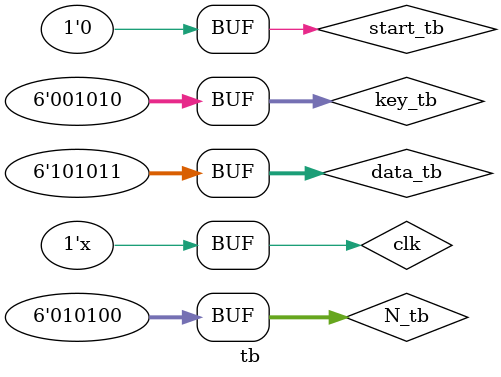
<source format=v>
`timescale 1ns / 1ps


module tb(

    );
parameter clk_period = 10;
	/*
	reg clkp = 0;
	reg clkn = 1;
	always #(clk_period/2) clkp = ~ clkp;
	always #(clk_period/2) clkn = ~ clkn;
	*/
	
	reg clk = 0;
	always #(clk_period/2) clk = ~ clk;
	reg start_tb;
	reg [5:0] data_tb,N_tb,key_tb;
	wire[5:0] result_tb;
	wire Done_tb;
	
	RSA_top dut (
    .clk(clk),
    .start(start_tb), 
    .exponent(key_tb), 
    .Base(data_tb), 
    .N(N_tb), 
    .result(result_tb), 
    .valid(Done_tb)
    );
	 
	initial begin
	
		start_tb = 1;
		data_tb = 6'd23;
		N_tb = 6'd10;
		key_tb = 6'd50;
		#(3*clk_period);
		start_tb = 0;
		#(50*clk_period);
		
		
		
		start_tb = 1;
		data_tb = 6'd40;
		N_tb = 6'd36;
		key_tb = 6'd15;
		#(3*clk_period);
		start_tb = 0;
		#(50*clk_period);
		
		
		start_tb = 1;
		data_tb = 6'd43;
		N_tb = 6'd20;
		key_tb = 6'd10;
		#(3*clk_period);
		start_tb = 0;
		#(50*clk_period);
	end

endmodule

</source>
